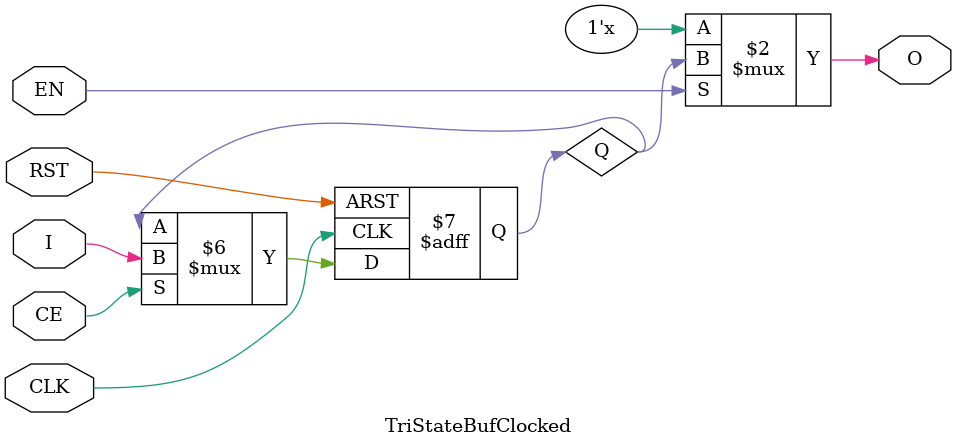
<source format=v>
module TriStateBufClocked(I,O,EN,CE,RST,CLK) /* synthesis GSR="ENABLED" */;
input I,EN,CE,RST,CLK;
output O;
reg Q;

assign O = (EN == 1'b1) ? Q : 1'bZ;

always @(posedge CLK or posedge RST)
begin
	if (RST == 1'b1) 
		Q <= 1'b0;
	else 
		Q <= ( CE == 1'b1 ) ? I : Q;
end

endmodule

</source>
